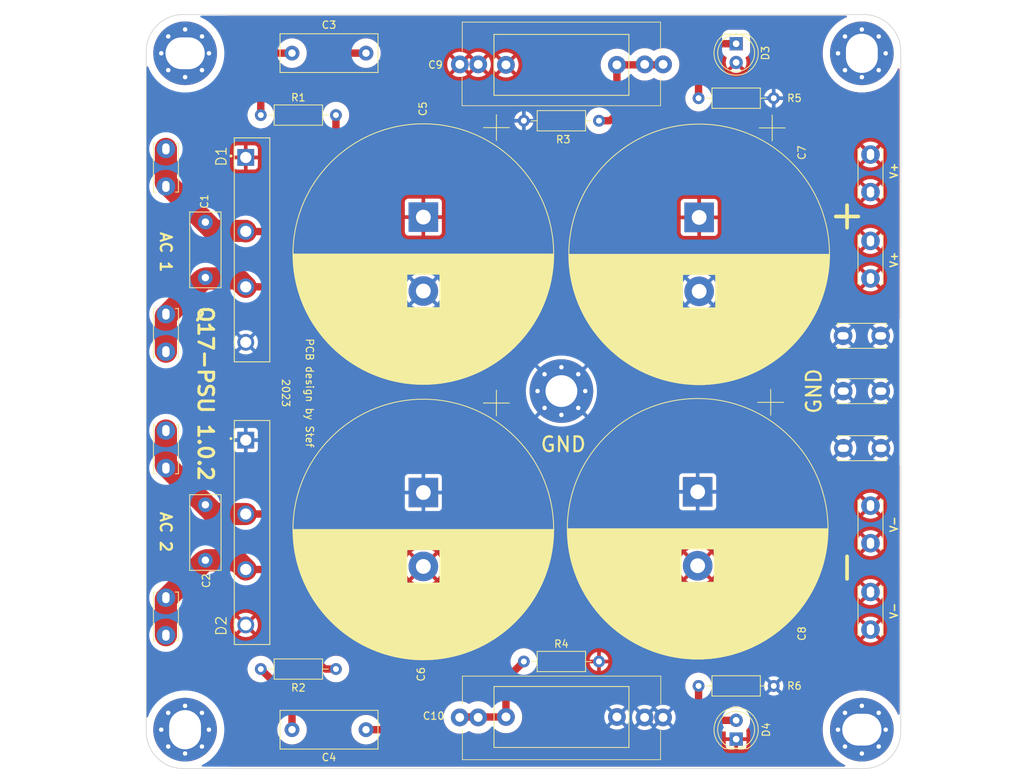
<source format=kicad_pcb>
(kicad_pcb (version 20221018) (generator pcbnew)
  (title_block (title "Q17 Power Supply") (date "2023-08-27") (rev "1.0.2") (company "by stef"))
  (layers (0 "F.Cu" signal) (31 "B.Cu" signal) (34 "B.Paste" user) (35 "F.Paste" user) (36 "B.SilkS" user "B.Silkscreen") (37 "F.SilkS" user "F.Silkscreen") (38 "B.Mask" user) (39 "F.Mask" user) (44 "Edge.Cuts" user))
  (net 0 "")
  (net 1 "GNDPWR")
  (net 2 "Net-(J1-1-Pin_1)")
  (net 3 "Net-(J1-3-Pin_1)")
  (net 4 "Net-(J1-2-Pin_1)")
  (net 5 "Net-(J1-4-Pin_1)")
  (net 6 "Net-(D3-K)")
  (net 7 "Net-(D4-A)")
  (net 8 "Net-(C3-Pad2)")
  (net 9 "Net-(C4-Pad2)")
  (net 10 "Net-(C9-Pad2)")
  (net 11 "Net-(C10-Pad2)")
  (net 12 "Net-(D3-A)")
  (net 13 "Net-(D4-K)")
  (footprint "Capacitor_THT:C_Rect_L13.0mm_W5.0mm_P10.00mm_FKS3_FKP3_MKS4" (layer "F.Cu") (at 127.762 45.212 180)
    (fp_text reference "C3" (at 5 3.81 180) (layer "F.SilkS"))
    (fp_text value "10nF")
    (pad "1" thru_hole circle (at 0 0 180) (size 2 2) (drill 1) (layers "*.Cu" "*.Mask") (net 2 "Net-(J1-1-Pin_1)"))
    (pad "2" thru_hole circle (at 10 0 180) (size 2 2) (drill 1) (layers "*.Cu" "*.Mask") (net 8 "Net-(C3-Pad2)"))
  )
  (footprint "Q17_Library:DIOB_GBJ2510" (layer "F.Cu") (at 112.356 110.05744 -90)
    (fp_text reference "D2" (at 12.62456 4.152 -90) (layer "F.SilkS") (effects (font (size 1.4 1.4))))
    (fp_text value "GBJ2510")
    (pad "1" thru_hole rect (at -12.5 0.85 270) (size 2.27 2.27) (drill 1.51) (layers "*.Cu" "*.Mask") (net 1 "GNDPWR"))
    (pad "2" thru_hole circle (at -2.5 0.85 270) (size 2.27 2.27) (drill 1.51) (layers "*.Cu" "*.Mask") (net 3 "Net-(J1-3-Pin_1)"))
    (pad "3" thru_hole circle (at 5 0.85 270) (size 2.27 2.27) (drill 1.51) (layers "*.Cu" "*.Mask") (net 5 "Net-(J1-4-Pin_1)"))
    (pad "4" thru_hole circle (at 12.5 0.85 270) (size 2.27 2.27) (drill 1.51) (layers "*.Cu" "*.Mask") (net 13 "Net-(D4-K)"))
  )
  (footprint "Capacitor_THT:C_Rect_L10.0mm_W4.0mm_P7.50mm_MKS4" (layer "F.Cu") (at 106.04628 106.30744 -90)
    (fp_text reference "C2" (at 10.27856 -0.12572 90) (layer "F.SilkS"))
    (fp_text value "10nF")
    (pad "1" thru_hole circle (at 0 0 270) (size 2 2) (drill 1) (layers "*.Cu" "*.Mask") (net 3 "Net-(J1-3-Pin_1)"))
    (pad "2" thru_hole circle (at 7.5 0 270) (size 2 2) (drill 1) (layers "*.Cu" "*.Mask") (net 5 "Net-(J1-4-Pin_1)"))
  )
  (footprint "Capacitor_THT:CP_Radial_D35.0mm_P10.00mm_SnapIn" (layer "F.Cu") (at 135.513301 67.394442 -90)
    (fp_text reference "C5" (at -14.648184 0.05248 -90) (layer "F.SilkS"))
    (fp_text value "10000uF 63v")
    (pad "1" thru_hole rect (at 0 0 270) (size 4 4) (drill 2) (layers "*.Cu" "*.Mask") (net 12 "Net-(D3-A)"))
    (pad "2" thru_hole circle (at 10 0 270) (size 4 4) (drill 2) (layers "*.Cu" "*.Mask") (net 1 "GNDPWR"))
  )
  (footprint "Q17_Library:Faston_Connector_63849-1_TEC" (layer "F.Cu") (at 100.71228 96.266 90)
    (fp_text reference "J1-3" hide)
    (fp_text value "AC2-1" hide)
    (pad "1" thru_hole circle (at -5.08 0 90) (size 2.5 2.5) (drill oval 1.5 1) (layers "*.Cu" "*.Mask") (net 3 "Net-(J1-3-Pin_1)"))
    (pad "1" thru_hole circle (at 0 0 90) (size 2.5 2.5) (drill oval 1.5 1) (layers "*.Cu" "*.Mask") (net 3 "Net-(J1-3-Pin_1)"))
  )
  (footprint "Q17_Library:C_Rect_Q17_PSU_L26.50_H11.00_P20.50" (layer "F.Cu") (at 142.934353 46.736)
    (fp_text reference "C9" (at -5.779934 0.063) (layer "F.SilkS"))
    (fp_text value "220nf" hide)
    (pad "1" thru_hole circle (at -2.4892 0) (size 2.4 2.4) (drill 1.2) (layers "*.Cu" "*.Mask") (net 12 "Net-(D3-A)"))
    (pad "1" thru_hole circle (at 0 0) (size 2.4 2.4) (drill 1.2) (layers "*.Cu" "*.Mask") (net 12 "Net-(D3-A)"))
    (pad "1" thru_hole circle (at 3.743647 0.063) (size 2.4 2.4) (drill 1.2) (layers "*.Cu" "*.Mask") (net 12 "Net-(D3-A)"))
    (pad "2" thru_hole circle (at 18.743647 0.063) (size 2.4 2.4) (drill 1.2) (layers "*.Cu" "*.Mask") (net 10 "Net-(C9-Pad2)"))
    (pad "2" thru_hole circle (at 22.5 0 180) (size 2.4 2.4) (drill 1.2) (layers "*.Cu" "*.Mask") (net 10 "Net-(C9-Pad2)"))
    (pad "2" thru_hole circle (at 24.9936 0 180) (size 2.4 2.4) (drill 1.2) (layers "*.Cu" "*.Mask") (net 10 "Net-(C9-Pad2)"))
  )
  (footprint "Q17_Library:Faston_Connector_63849-1_TEC" (layer "F.Cu") (at 100.71228 118.872 90)
    (fp_text reference "J1-4" hide)
    (fp_text value "AC2-2" hide)
    (pad "1" thru_hole circle (at -5.08 0 90) (size 2.5 2.5) (drill oval 1.5 1) (layers "*.Cu" "*.Mask") (net 5 "Net-(J1-4-Pin_1)"))
    (pad "1" thru_hole circle (at 0 0 90) (size 2.5 2.5) (drill oval 1.5 1) (layers "*.Cu" "*.Mask") (net 5 "Net-(J1-4-Pin_1)"))
  )
  (footprint "MountingHole:MountingHole_4.3mm_M4_Pad_Via" (layer "F.Cu") (at 154.178 90.926419)
    (fp_text reference "#GROUND01" hide)
    (fp_text value "MountingHole_4.3mm_M4_Pad_Via" hide)
    (pad "1" thru_hole circle (at -3.225 0) (size 0.9 0.9) (drill 0.6) (layers "*.Cu" "*.Mask") (net 1 "GNDPWR"))
    (pad "1" thru_hole circle (at -2.280419 -2.280419) (size 0.9 0.9) (drill 0.6) (layers "*.Cu" "*.Mask") (net 1 "GNDPWR"))
    (pad "1" thru_hole circle (at -2.280419 2.280419) (size 0.9 0.9) (drill 0.6) (layers "*.Cu" "*.Mask") (net 1 "GNDPWR"))
    (pad "1" thru_hole circle (at 0 -3.225) (size 0.9 0.9) (drill 0.6) (layers "*.Cu" "*.Mask") (net 1 "GNDPWR"))
    (pad "1" thru_hole circle (at 0 0) (size 8.6 8.6) (drill 4.3) (layers "*.Cu" "*.Mask") (net 1 "GNDPWR"))
    (pad "1" thru_hole circle (at 0 3.225) (size 0.9 0.9) (drill 0.6) (layers "*.Cu" "*.Mask") (net 1 "GNDPWR"))
    (pad "1" thru_hole circle (at 2.280419 -2.280419) (size 0.9 0.9) (drill 0.6) (layers "*.Cu" "*.Mask") (net 1 "GNDPWR"))
    (pad "1" thru_hole circle (at 2.280419 2.280419) (size 0.9 0.9) (drill 0.6) (layers "*.Cu" "*.Mask") (net 1 "GNDPWR"))
    (pad "1" thru_hole circle (at 3.225 0) (size 0.9 0.9) (drill 0.6) (layers "*.Cu" "*.Mask") (net 1 "GNDPWR"))
  )
  (footprint "Q17_Library:Faston_Connector_63849-1_TEC" (layer "F.Cu") (at 192.278 90.932 180)
    (fp_text reference "J2-4" hide)
    (fp_text value "GNDPWR" hide)
    (pad "1" thru_hole circle (at -5.08 0 180) (size 2.5 2.5) (drill oval 1.5 1) (layers "*.Cu" "*.Mask") (net 1 "GNDPWR"))
    (pad "1" thru_hole circle (at 0 0 180) (size 2.5 2.5) (drill oval 1.5 1) (layers "*.Cu" "*.Mask") (net 1 "GNDPWR"))
  )
  (footprint "Q17_Library:Faston_Connector_63849-1_TEC" (layer "F.Cu") (at 192.295665 98.653992 180)
    (fp_text reference "J2-5" hide)
    (fp_text value "GNDPWR" hide)
    (pad "1" thru_hole circle (at -5.08 0 180) (size 2.5 2.5) (drill oval 1.5 1) (layers "*.Cu" "*.Mask") (net 1 "GNDPWR"))
    (pad "1" thru_hole circle (at 0 0 180) (size 2.5 2.5) (drill oval 1.5 1) (layers "*.Cu" "*.Mask") (net 1 "GNDPWR"))
  )
  (footprint "Capacitor_THT:C_Rect_L10.0mm_W4.0mm_P7.50mm_MKS4" (layer "F.Cu") (at 106.04628 68.074941 -90)
    (fp_text reference "C1" (at -2.796941 0.12828 90) (layer "F.SilkS"))
    (fp_text value "10nF")
    (pad "1" thru_hole circle (at 0 0 270) (size 2 2) (drill 1) (layers "*.Cu" "*.Mask") (net 2 "Net-(J1-1-Pin_1)"))
    (pad "2" thru_hole circle (at 7.5 0 270) (size 2 2) (drill 1) (layers "*.Cu" "*.Mask") (net 4 "Net-(J1-2-Pin_1)"))
  )
  (footprint "Q17_Library:Faston_Connector_63849-1_TEC" (layer "F.Cu") (at 100.71228 58.166 90)
    (fp_text reference "J1-1" hide)
    (fp_text value "AC1-1" hide)
    (pad "1" thru_hole circle (at -5.08 0 90) (size 2.5 2.5) (drill oval 1.5 1) (layers "*.Cu" "*.Mask") (net 2 "Net-(J1-1-Pin_1)"))
    (pad "1" thru_hole circle (at 0 0 90) (size 2.5 2.5) (drill oval 1.5 1) (layers "*.Cu" "*.Mask") (net 2 "Net-(J1-1-Pin_1)"))
  )
  (footprint "MountingHole:MountingHole_4.3mm_M4_Pad_Via" (layer "F.Cu") (at 194.79428 136.729763)
    (fp_text reference "REF**" hide)
    (fp_text value "MountingHole_4.3mm_M4_Pad_Via")
    (pad "1" thru_hole circle (at -3.225 0) (size 0.9 0.9) (drill 0.6) (layers "*.Cu" "*.Mask"))
    (pad "1" thru_hole circle (at -2.280419 -2.280419) (size 0.9 0.9) (drill 0.6) (layers "*.Cu" "*.Mask"))
    (pad "1" thru_hole circle (at -2.280419 2.280419) (size 0.9 0.9) (drill 0.6) (layers "*.Cu" "*.Mask"))
    (pad "1" thru_hole circle (at 0 -3.225) (size 0.9 0.9) (drill 0.6) (layers "*.Cu" "*.Mask"))
    (pad "1" thru_hole circle (at 0 0) (size 8.6 8.6) (drill oval 5.3 4.3) (layers "*.Cu" "*.Mask"))
    (pad "1" thru_hole circle (at 0 3.225) (size 0.9 0.9) (drill 0.6) (layers "*.Cu" "*.Mask"))
    (pad "1" thru_hole circle (at 2.280419 -2.280419) (size 0.9 0.9) (drill 0.6) (layers "*.Cu" "*.Mask"))
    (pad "1" thru_hole circle (at 2.280419 2.280419) (size 0.9 0.9) (drill 0.6) (layers "*.Cu" "*.Mask"))
    (pad "1" thru_hole circle (at 3.225 0) (size 0.9 0.9) (drill 0.6) (layers "*.Cu" "*.Mask"))
  )
  (footprint "Capacitor_THT:CP_Radial_D35.0mm_P10.00mm_SnapIn" (layer "F.Cu") (at 172.597301 104.554 -90)
    (fp_text reference "C8" (at 19.181059 -14.092699 -90) (layer "F.SilkS"))
    (fp_text value "10000uF 63v")
    (pad "1" thru_hole rect (at 0 0 270) (size 4 4) (drill 2) (layers "*.Cu" "*.Mask") (net 1 "GNDPWR"))
    (pad "2" thru_hole circle (at 10 0 270) (size 4 4) (drill 2) (layers "*.Cu" "*.Mask") (net 13 "Net-(D4-K)"))
  )
  (footprint "Resistor_THT:R_Axial_DIN0207_L6.3mm_D2.5mm_P10.16mm_Horizontal" (layer "F.Cu") (at 113.538 128.524)
    (fp_text reference "R2" (at 5.08 2.54) (layer "F.SilkS"))
    (fp_text value "10R")
    (pad "1" thru_hole circle (at 0 0) (size 1.6 1.6) (drill 0.8) (layers "*.Cu" "*.Mask") (net 9 "Net-(C4-Pad2)"))
    (pad "2" thru_hole oval (at 10.16 0) (size 1.6 1.6) (drill 0.8) (layers "*.Cu" "*.Mask") (net 5 "Net-(J1-4-Pin_1)"))
  )
  (footprint "Resistor_THT:R_Axial_DIN0207_L6.3mm_D2.5mm_P10.16mm_Horizontal" (layer "F.Cu") (at 149.098 127.508)
    (fp_text reference "R4" (at 5.08 -2.37) (layer "F.SilkS"))
    (fp_text value "10R" hide)
    (pad "1" thru_hole circle (at 0 0) (size 1.6 1.6) (drill 0.8) (layers "*.Cu" "*.Mask") (net 11 "Net-(C10-Pad2)"))
    (pad "2" thru_hole oval (at 10.16 0) (size 1.6 1.6) (drill 0.8) (layers "*.Cu" "*.Mask") (net 13 "Net-(D4-K)"))
  )
  (footprint "LED_THT:LED_D5.0mm" (layer "F.Cu") (at 177.8 138.004763 90)
    (fp_text reference "D4" (at 1.27 4.064 90) (layer "F.SilkS"))
    (fp_text value "LED")
    (pad "1" thru_hole rect (at 0 0 90) (size 1.8 1.8) (drill 0.9) (layers "*.Cu" "*.Mask") (net 13 "Net-(D4-K)"))
    (pad "2" thru_hole circle (at 2.54 0 90) (size 1.8 1.8) (drill 0.9) (layers "*.Cu" "*.Mask") (net 7 "Net-(D4-A)"))
  )
  (footprint "Q17_Library:Faston_Connector_63849-1_TEC" (layer "F.Cu") (at 195.96228 75.692 -90)
    (fp_text reference "J2-2" hide)
    (fp_text value "V+" (at -2.54 -3.17372 90) (layer "F.SilkS") (effects (font (thickness 0.2) bold)))
    (pad "1" thru_hole circle (at -5.08 0 270) (size 2.5 2.5) (drill oval 1.5 1) (layers "*.Cu" "*.Mask") (net 12 "Net-(D3-A)"))
    (pad "1" thru_hole circle (at 0 0 270) (size 2.5 2.5) (drill oval 1.5 1) (layers "*.Cu" "*.Mask") (net 12 "Net-(D3-A)"))
  )
  (footprint "Q17_Library:Faston_Connector_63849-1_TEC" (layer "F.Cu") (at 192.255665 83.453992 180)
    (fp_text reference "J2-3" hide)
    (fp_text value "GNDPWR" hide)
    (pad "1" thru_hole circle (at -5.08 0 180) (size 2.5 2.5) (drill oval 1.5 1) (layers "*.Cu" "*.Mask") (net 1 "GNDPWR"))
    (pad "1" thru_hole circle (at 0 0 180) (size 2.5 2.5) (drill oval 1.5 1) (layers "*.Cu" "*.Mask") (net 1 "GNDPWR"))
  )
  (footprint "Q17_Library:Faston_Connector_63849-1_TEC" (layer "F.Cu") (at 195.96228 111.506 -90)
    (fp_text reference "J2-6" hide)
    (fp_text value "V-" (at -2.554323 -3.17372 90) (layer "F.SilkS") (effects (font (thickness 0.2) bold)))
    (pad "1" thru_hole circle (at -5.08 0 270) (size 2.5 2.5) (drill oval 1.5 1) (layers "*.Cu" "*.Mask") (net 13 "Net-(D4-K)"))
    (pad "1" thru_hole circle (at 0 0 270) (size 2.5 2.5) (drill oval 1.5 1) (layers "*.Cu" "*.Mask") (net 13 "Net-(D4-K)"))
  )
  (footprint "Capacitor_THT:C_Rect_L13.0mm_W5.0mm_P10.00mm_FKS3_FKP3_MKS4" (layer "F.Cu") (at 127.762 136.729763 180)
    (fp_text reference "C4" (at 5 -3.75 180) (layer "F.SilkS"))
    (fp_text value "10nF")
    (pad "1" thru_hole circle (at 0 0 180) (size 2 2) (drill 1) (layers "*.Cu" "*.Mask") (net 3 "Net-(J1-3-Pin_1)"))
    (pad "2" thru_hole circle (at 10 0 180) (size 2 2) (drill 1) (layers "*.Cu" "*.Mask") (net 9 "Net-(C4-Pad2)"))
  )
  (footprint "Q17_Library:DIOB_GBJ2510" (layer "F.Cu") (at 112.356 71.824941 -90)
    (fp_text reference "D1" (at -12.642941 4.152 -90) (layer "F.SilkS") (effects (font (size 1.4 1.4))))
    (fp_text value "GBJ2510")
    (pad "1" thru_hole rect (at -12.5 0.85 270) (size 2.27 2.27) (drill 1.51) (layers "*.Cu" "*.Mask") (net 12 "Net-(D3-A)"))
    (pad "2" thru_hole circle (at -2.5 0.85 270) (size 2.27 2.27) (drill 1.51) (layers "*.Cu" "*.Mask") (net 2 "Net-(J1-1-Pin_1)"))
    (pad "3" thru_hole circle (at 5 0.85 270) (size 2.27 2.27) (drill 1.51) (layers "*.Cu" "*.Mask") (net 4 "Net-(J1-2-Pin_1)"))
    (pad "4" thru_hole circle (at 12.5 0.85 270) (size 2.27 2.27) (drill 1.51) (layers "*.Cu" "*.Mask") (net 1 "GNDPWR"))
  )
  (footprint "Q17_Library:Faston_Connector_63849-1_TEC" (layer "F.Cu") (at 100.71228 80.518 90)
    (fp_text reference "J1-2" hide)
    (fp_text value "AC1-2" hide)
    (pad "1" thru_hole circle (at -5.08 0 90) (size 2.5 2.5) (drill oval 1.5 1) (layers "*.Cu" "*.Mask") (net 4 "Net-(J1-2-Pin_1)"))
    (pad "1" thru_hole circle (at 0 0 90) (size 2.5 2.5) (drill oval 1.5 1) (layers "*.Cu" "*.Mask") (net 4 "Net-(J1-2-Pin_1)"))
  )
  (footprint "Resistor_THT:R_Axial_DIN0207_L6.3mm_D2.5mm_P10.16mm_Horizontal" (layer "F.Cu") (at 159.258 54.356 180)
    (fp_text reference "R3" (at 4.826 -2.54) (layer "F.SilkS"))
    (fp_text value "10R" hide)
    (pad "1" thru_hole circle (at 0 0 180) (size 1.6 1.6) (drill 0.8) (layers "*.Cu" "*.Mask") (net 10 "Net-(C9-Pad2)"))
    (pad "2" thru_hole oval (at 10.16 0 180) (size 1.6 1.6) (drill 0.8) (layers "*.Cu" "*.Mask") (net 1 "GNDPWR"))
  )
  (footprint "MountingHole:MountingHole_4.3mm_M4_Pad_Via" (layer "F.Cu") (at 194.79428 45.238963)
    (fp_text reference "REF**" hide)
    (fp_text value "MountingHole_4.3mm_M4_Pad_Via")
    (pad "1" thru_hole circle (at -3.225 0) (size 0.9 0.9) (drill 0.6) (layers "*.Cu" "*.Mask"))
    (pad "1" thru_hole circle (at -2.280419 -2.280419) (size 0.9 0.9) (drill 0.6) (layers "*.Cu" "*.Mask"))
    (pad "1" thru_hole circle (at -2.280419 2.280419) (size 0.9 0.9) (drill 0.6) (layers "*.Cu" "*.Mask"))
    (pad "1" thru_hole circle (at 0 -3.225) (size 0.9 0.9) (drill 0.6) (layers "*.Cu" "*.Mask"))
    (pad "1" thru_hole circle (at 0 0) (size 8.6 8.6) (drill oval 4.3 5.3) (layers "*.Cu" "*.Mask"))
    (pad "1" thru_hole circle (at 0 3.225) (size 0.9 0.9) (drill 0.6) (layers "*.Cu" "*.Mask"))
    (pad "1" thru_hole circle (at 2.280419 -2.280419) (size 0.9 0.9) (drill 0.6) (layers "*.Cu" "*.Mask"))
    (pad "1" thru_hole circle (at 2.280419 2.280419) (size 0.9 0.9) (drill 0.6) (layers "*.Cu" "*.Mask"))
    (pad "1" thru_hole circle (at 3.225 0) (size 0.9 0.9) (drill 0.6) (layers "*.Cu" "*.Mask"))
  )
  (footprint "Capacitor_THT:CP_Radial_D35.0mm_P10.00mm_SnapIn" (layer "F.Cu") (at 135.513301 104.648 -90)
    (fp_text reference "C6" (at 24.589317 0.30648 -90) (layer "F.SilkS"))
    (fp_text value "10000uF 63v")
    (pad "1" thru_hole rect (at 0 0 270) (size 4 4) (drill 2) (layers "*.Cu" "*.Mask") (net 1 "GNDPWR"))
    (pad "2" thru_hole circle (at 10 0 270) (size 4 4) (drill 2) (layers "*.Cu" "*.Mask") (net 13 "Net-(D4-K)"))
  )
  (footprint "Q17_Library:C_Rect_Q17_PSU_L26.50_H11.00_P20.50" (layer "F.Cu") (at 165.427229 135.072553 180)
    (fp_text reference "C10" (at 28.521229 0.198553 180) (layer "F.SilkS"))
    (fp_text value "220nF" hide)
    (pad "1" thru_hole circle (at -2.4892 0 180) (size 2.4 2.4) (drill 1.2) (layers "*.Cu" "*.Mask") (net 1 "GNDPWR"))
    (pad "1" thru_hole circle (at 0 0 180) (size 2.4 2.4) (drill 1.2) (layers "*.Cu" "*.Mask") (net 1 "GNDPWR"))
    (pad "1" thru_hole circle (at 3.743647 0.063 180) (size 2.4 2.4) (drill 1.2) (layers "*.Cu" "*.Mask") (net 1 "GNDPWR"))
    (pad "2" thru_hole circle (at 18.743647 0.063 180) (size 2.4 2.4) (drill 1.2) (layers "*.Cu" "*.Mask") (net 11 "Net-(C10-Pad2)"))
    (pad "2" thru_hole circle (at 22.5 0) (size 2.4 2.4) (drill 1.2) (layers "*.Cu" "*.Mask") (net 11 "Net-(C10-Pad2)"))
    (pad "2" thru_hole circle (at 24.9936 0) (size 2.4 2.4) (drill 1.2) (layers "*.Cu" "*.Mask") (net 11 "Net-(C10-Pad2)"))
  )
  (footprint "LED_THT:LED_D5.0mm" (layer "F.Cu") (at 177.8 43.937 -90)
    (fp_text reference "D3" (at 1.27 -3.96 -90) (layer "F.SilkS"))
    (fp_text value "LED")
    (pad "1" thru_hole rect (at 0 0 270) (size 1.8 1.8) (drill 0.9) (layers "*.Cu" "*.Mask") (net 6 "Net-(D3-K)"))
    (pad "2" thru_hole circle (at 2.54 0 270) (size 1.8 1.8) (drill 0.9) (layers "*.Cu" "*.Mask") (net 12 "Net-(D3-A)"))
  )
  (footprint "MountingHole:MountingHole_4.3mm_M4_Pad_Via" (layer "F.Cu") (at 103.309061 45.233382)
    (fp_text reference "REF**" hide)
    (fp_text value "MountingHole_4.3mm_M4_Pad_Via")
    (pad "1" thru_hole circle (at -3.225 0) (size 0.9 0.9) (drill 0.6) (layers "*.Cu" "*.Mask"))
    (pad "1" thru_hole circle (at -2.280419 -2.280419) (size 0.9 0.9) (drill 0.6) (layers "*.Cu" "*.Mask"))
    (pad "1" thru_hole circle (at -2.280419 2.280419) (size 0.9 0.9) (drill 0.6) (layers "*.Cu" "*.Mask"))
    (pad "1" thru_hole circle (at 0 -3.225) (size 0.9 0.9) (drill 0.6) (layers "*.Cu" "*.Mask"))
    (pad "1" thru_hole circle (at 0 0) (size 8.6 8.6) (drill oval 5.3 4.3) (layers "*.Cu" "*.Mask"))
    (pad "1" thru_hole circle (at 0 3.225) (size 0.9 0.9) (drill 0.6) (layers "*.Cu" "*.Mask"))
    (pad "1" thru_hole circle (at 2.280419 -2.280419) (size 0.9 0.9) (drill 0.6) (layers "*.Cu" "*.Mask"))
    (pad "1" thru_hole circle (at 2.280419 2.280419) (size 0.9 0.9) (drill 0.6) (layers "*.Cu" "*.Mask"))
    (pad "1" thru_hole circle (at 3.225 0) (size 0.9 0.9) (drill 0.6) (layers "*.Cu" "*.Mask"))
  )
  (footprint "Resistor_THT:R_Axial_DIN0207_L6.3mm_D2.5mm_P10.16mm_Horizontal" (layer "F.Cu") (at 113.538 53.594)
    (fp_text reference "R1" (at 5.08 -2.37) (layer "F.SilkS"))
    (fp_text value "10R")
    (pad "1" thru_hole circle (at 0 0) (size 1.6 1.6) (drill 0.8) (layers "*.Cu" "*.Mask") (net 8 "Net-(C3-Pad2)"))
    (pad "2" thru_hole oval (at 10.16 0) (size 1.6 1.6) (drill 0.8) (layers "*.Cu" "*.Mask") (net 4 "Net-(J1-2-Pin_1)"))
  )
  (footprint "Q17_Library:Faston_Connector_63849-1_TEC" (layer "F.Cu") (at 195.96228 64.008 -90)
    (fp_text reference "J2-1" hide)
    (fp_text value "V+" (at -2.8956 -3.17372 90) (layer "F.SilkS") (effects (font (thickness 0.2) bold)))
    (pad "1" thru_hole circle (at -5.08 0 270) (size 2.5 2.5) (drill oval 1.5 1) (layers "*.Cu" "*.Mask") (net 12 "Net-(D3-A)"))
    (pad "1" thru_hole circle (at 0 0 270) (size 2.5 2.5) (drill oval 1.5 1) (layers "*.Cu" "*.Mask") (net 12 "Net-(D3-A)"))
  )
  (footprint "Resistor_THT:R_Axial_DIN0207_L6.3mm_D2.5mm_P10.16mm_Horizontal" (layer "F.Cu") (at 172.72 51.308)
    (fp_text reference "R5" (at 12.954 0) (layer "F.SilkS"))
    (fp_text value "10K")
    (pad "1" thru_hole circle (at 0 0) (size 1.6 1.6) (drill 0.8) (layers "*.Cu" "*.Mask") (net 6 "Net-(D3-K)"))
    (pad "2" thru_hole oval (at 10.16 0) (size 1.6 1.6) (drill 0.8) (layers "*.Cu" "*.Mask") (net 1 "GNDPWR"))
  )
  (footprint "Capacitor_THT:CP_Radial_D35.0mm_P10.00mm_SnapIn" (layer "F.Cu") (at 172.800501 67.432941 -90)
    (fp_text reference "C7" (at -8.758941 -13.889499 -90) (layer "F.SilkS"))
    (fp_text value "10000uF 63v")
    (pad "1" thru_hole rect (at 0 0 270) (size 4 4) (drill 2) (layers "*.Cu" "*.Mask") (net 12 "Net-(D3-A)"))
    (pad "2" thru_hole circle (at 10 0 270) (size 4 4) (drill 2) (layers "*.Cu" "*.Mask") (net 1 "GNDPWR"))
  )
  (footprint "Q17_Library:Faston_Connector_63849-1_TEC" (layer "F.Cu") (at 195.96228 123.19 -90)
    (fp_text reference "J2-7" hide)
    (fp_text value "V-" (at -2.54 -3.17372 90) (layer "F.SilkS") (effects (font (thickness 0.2) bold)))
    (pad "1" thru_hole circle (at -5.08 0 270) (size 2.5 2.5) (drill oval 1.5 1) (layers "*.Cu" "*.Mask") (net 13 "Net-(D4-K)"))
    (pad "1" thru_hole circle (at 0 0 270) (size 2.5 2.5) (drill oval 1.5 1) (layers "*.Cu" "*.Mask") (net 13 "Net-(D4-K)"))
  )
  (footprint "MountingHole:MountingHole_4.3mm_M4_Pad_Via" (layer "F.Cu") (at 103.30348 136.729763)
    (fp_text reference "REF**" hide)
    (fp_text value "MountingHole_4.3mm_M4_Pad_Via")
    (pad "1" thru_hole circle (at -3.225 0) (size 0.9 0.9) (drill 0.6) (layers "*.Cu" "*.Mask"))
    (pad "1" thru_hole circle (at -2.280419 -2.280419) (size 0.9 0.9) (drill 0.6) (layers "*.Cu" "*.Mask"))
    (pad "1" thru_hole circle (at -2.280419 2.280419) (size 0.9 0.9) (drill 0.6) (layers "*.Cu" "*.Mask"))
    (pad "1" thru_hole circle (at 0 -3.225) (size 0.9 0.9) (drill 0.6) (layers "*.Cu" "*.Mask"))
    (pad "1" thru_hole circle (at 0 0) (size 8.6 8.6) (drill oval 4.3 5.3) (layers "*.Cu" "*.Mask"))
    (pad "1" thru_hole circle (at 0 3.225) (size 0.9 0.9) (drill 0.6) (layers "*.Cu" "*.Mask"))
    (pad "1" thru_hole circle (at 2.280419 -2.280419) (size 0.9 0.9) (drill 0.6) (layers "*.Cu" "*.Mask"))
    (pad "1" thru_hole circle (at 2.280419 2.280419) (size 0.9 0.9) (drill 0.6) (layers "*.Cu" "*.Mask"))
    (pad "1" thru_hole circle (at 3.225 0) (size 0.9 0.9) (drill 0.6) (layers "*.Cu" "*.Mask"))
  )
  (footprint "Resistor_THT:R_Axial_DIN0207_L6.3mm_D2.5mm_P10.16mm_Horizontal" (layer "F.Cu") (at 182.88 130.81 180)
    (fp_text reference "R6" (at -2.794 0) (layer "F.SilkS"))
    (fp_text value "10K")
    (pad "1" thru_hole circle (at 0 0 180) (size 1.6 1.6) (drill 0.8) (layers "*.Cu" "*.Mask") (net 1 "GNDPWR"))
    (pad "2" thru_hole oval (at 10.16 0 180) (size 1.6 1.6) (drill 0.8) (layers "*.Cu" "*.Mask") (net 7 "Net-(D4-A)"))
  )
  (gr_line (start 98.05348 136.988963) (end 98.05348 44.988963) (stroke (width 0.1)) (layer "Edge.Cuts"))
  (gr_arc (start 200.05348 136.988963) (mid 198.589 140.524471) (end 195.05348 141.988963) (stroke (width 0.1)) (layer "Edge.Cuts"))
  (gr_line (start 103.05348 39.988963) (end 195.05348 39.988963) (stroke (width 0.1)) (layer "Edge.Cuts"))
  (gr_line (start 195.05348 141.988963) (end 103.05348 141.988963) (stroke (width 0.1)) (layer "Edge.Cuts"))
  (gr_line (start 200.05348 44.988963) (end 200.05348 136.988963) (stroke (width 0.1)) (layer "Edge.Cuts"))
  (gr_arc (start 98.05348 44.988963) (mid 99.517946 41.453429) (end 103.05348 39.988963) (stroke (width 0.1)) (layer "Edge.Cuts"))
  (gr_arc (start 103.05348 141.988963) (mid 99.517932 140.524499) (end 98.05348 136.988963) (stroke (width 0.1)) (layer "Edge.Cuts"))
  (gr_arc (start 195.05348 39.988963) (mid 198.589 41.453432) (end 200.05348 44.988963) (stroke (width 0.1)) (layer "Edge.Cuts"))
  (gr_text "GND" (at 154.432 99.314) (layer "F.SilkS") (effects (font (size 2 2) (thickness 0.3) bold) (justify bottom)))
  (gr_text "-" (at 190.754 114.808 270) (layer "F.SilkS") (effects (font (size 4 4) (thickness 0.5)) (justify bottom)))
  (gr_text "PCB design by Stef\n\n2023" (at 116.332 91.186 -90) (layer "F.SilkS") (effects (font (size 1 1)) (justify bottom)))
  (gr_text "Q17-PSU 1.0.2" (at 104.902 79.248 270) (layer "F.SilkS") (effects (font (size 2 2) (thickness 0.4) bold) (justify left bottom)))
  (gr_text "GND" (at 189.484 90.932 90) (layer "F.SilkS") (effects (font (size 2 2) (thickness 0.3) bold) (justify bottom)))
  (gr_text "+" (at 190.754 67.31 270) (layer "F.SilkS") (effects (font (size 4 4) (thickness 0.5)) (justify bottom)))
  (gr_text "AC 1" (at 99.822 72.136 270) (layer "F.SilkS") (effects (font (size 1.5 1.5) (thickness 0.3) bold) (justify bottom)))
  (gr_text "AC 2" (at 99.822 109.982 270) (layer "F.SilkS") (effects (font (size 1.5 1.5) (thickness 0.3) bold) (justify bottom)))
  (segment (start 111.436 69.254941) (end 107.653946 69.254941) (width 3) (layer "F.Cu") (net 2))
  (segment (start 119.018447 50.907553) (end 124.567554 45.358446) (width 1) (layer "F.Cu") (net 2))
  (segment (start 118.872 66.086893) (end 118.872 51.261107) (width 1) (layer "F.Cu") (net 2))
  (segment (start 115.970447 69.195553) (end 118.725554 66.440446) (width 1) (layer "F.Cu") (net 2))
  (segment (start 106.946839 68.962048) (end 100.71228 62.727489) (width 3) (layer "F.Cu") (net 2))
  (segment (start 111.506 69.324941) (end 111.436 69.254941) (width 3) (layer "F.Cu") (net 2))
  (segment (start 100.71228 62.727489) (end 100.71228 58.166) (width 3) (layer "F.Cu") (net 2))
  (segment (start 111.523059 69.342) (end 115.616893 69.342) (width 1) (layer "F.Cu") (net 2))
  (segment (start 124.921107 45.212) (end 127.762 45.212) (width 1) (layer "F.Cu") (net 2))
  (arc (start 107.653946 69.254941) (mid 107.271263 69.178821) (end 106.946839 68.962048) (width 3) (layer "F.Cu") (net 2))
  (arc (start 118.725554 66.440446) (mid 118.83394 66.278234) (end 118.872 66.086893) (width 1) (layer "F.Cu") (net 2))
  (arc (start 118.872 51.261107) (mid 118.91006 51.069765) (end 119.018447 50.907553) (width 1) (layer "F.Cu") (net 2))
  (arc (start 115.616893 69.342) (mid 115.808235 69.30394) (end 115.970447 69.195553) (width 1) (layer "F.Cu") (net 2))
  (arc (start 124.921107 45.212) (mid 124.729766 45.25006) (end 124.567554 45.358446) (width 1) (layer "F.Cu") (net 2))
  (segment (start 100.71228 100.97344) (end 100.71228 96.266) (width 3) (layer "F.Cu") (net 3))
  (segment (start 125.984 110.697107) (end 125.984 116.124893) (width 1) (layer "F.Cu") (net 3))
  (segment (start 111.506 107.55744) (end 122.844333 107.55744) (width 1) (layer "F.Cu") (net 3))
  (segment (start 107.003387 107.264547) (end 100.71228 100.97344) (width 3) (layer "F.Cu") (net 3))
  (segment (start 131.064 121.619107) (end 131.064 135.428893) (width 1) (layer "F.Cu") (net 3))
  (segment (start 111.506 107.55744) (end 107.710494 107.55744) (width 3) (layer "F.Cu") (net 3))
  (segment (start 126.130447 116.478447) (end 130.917554 121.265554) (width 1) (layer "F.Cu") (net 3))
  (segment (start 130.917553 135.782447) (end 130.116683 136.583317) (width 1) (layer "F.Cu") (net 3))
  (segment (start 123.197887 107.703887) (end 125.837554 110.343554) (width 1) (layer "F.Cu") (net 3))
  (segment (start 129.76313 136.729763) (end 127.762 136.729763) (width 1) (layer "F.Cu") (net 3))
  (arc (start 122.844333 107.55744) (mid 123.035675 107.5955) (end 123.197887 107.703887) (width 1) (layer "F.Cu") (net 3))
  (arc (start 107.710494 107.55744) (mid 107.32781 107.48132) (end 107.003387 107.264547) (width 3) (layer "F.Cu") (net 3))
  (arc (start 130.917554 121.265554) (mid 131.02594 121.427766) (end 131.064 121.619107) (width 1) (layer "F.Cu") (net 3))
  (arc (start 125.984 116.124893) (mid 126.02206 116.316235) (end 126.130447 116.478447) (width 1) (layer "F.Cu") (net 3))
  (arc (start 125.984 110.697107) (mid 125.94594 110.505766) (end 125.837554 110.343554) (width 1) (layer "F.Cu") (net 3))
  (arc (start 130.116683 136.583317) (mid 129.954471 136.691703) (end 129.76313 136.729763) (width 1) (layer "F.Cu") (net 3))
  (arc (start 130.917553 135.782447) (mid 131.02594 135.620235) (end 131.064 135.428893) (width 1) (layer "F.Cu") (net 3))
  (segment (start 105.530095 75.984893) (end 100.71228 80.802708) (width 3) (layer "F.Cu") (net 4))
  (segment (start 123.698 53.594) (end 123.698 73.452893) (width 1) (layer "F.Cu") (net 4))
  (segment (start 109.958845 75.692) (end 106.237202 75.692) (width 3) (layer "F.Cu") (net 4))
  (segment (start 120.325952 76.824941) (end 111.506 76.824941) (width 1) (layer "F.Cu") (net 4))
  (segment (start 100.71228 80.802708) (end 100.71228 85.598) (width 3) (layer "F.Cu") (net 4))
  (segment (start 111.506 76.824941) (end 110.665952 75.984893) (width 3) (layer "F.Cu") (net 4))
  (segment (start 123.551553 73.806447) (end 120.679505 76.678495) (width 1) (layer "F.Cu") (net 4))
  (arc (start 123.698 73.452893) (mid 123.65994 73.644235) (end 123.551553 73.806447) (width 1) (layer "F.Cu") (net 4))
  (arc (start 106.237202 75.692) (mid 105.854518 75.76812) (end 105.530095 75.984893) (width 3) (layer "F.Cu") (net 4))
  (arc (start 120.325952 76.824941) (mid 120.517293 76.786881) (end 120.679505 76.678495) (width 1) (layer "F.Cu") (net 4))
  (arc (start 110.665952 75.984893) (mid 110.341529 75.76812) (end 109.958845 75.692) (width 3) (layer "F.Cu") (net 4))
  (segment (start 100.71228 119.07212) (end 100.71228 123.952) (width 3) (layer "F.Cu") (net 5))
  (segment (start 105.684067 114.100333) (end 100.71228 119.07212) (width 3) (layer "F.Cu") (net 5))
  (segment (start 109.841786 113.80744) (end 106.391174 113.80744) (width 3) (layer "F.Cu") (net 5))
  (segment (start 118.759887 115.203887) (end 119.995554 116.439554) (width 1) (layer "F.Cu") (net 5))
  (segment (start 120.288447 126.638447) (end 122.027554 128.377554) (width 1) (layer "F.Cu") (net 5))
  (segment (start 111.506 115.05744) (end 110.548893 114.100333) (width 3) (layer "F.Cu") (net 5))
  (segment (start 111.506 115.05744) (end 118.406333 115.05744) (width 1) (layer "F.Cu") (net 5))
  (segment (start 122.381107 128.524) (end 123.698 128.524) (width 1) (layer "F.Cu") (net 5))
  (segment (start 120.142 116.793107) (end 120.142 126.284893) (width 1) (layer "F.Cu") (net 5))
  (arc (start 110.548893 114.100333) (mid 110.22447 113.88356) (end 109.841786 113.80744) (width 3) (layer "F.Cu") (net 5))
  (arc (start 106.391174 113.80744) (mid 106.008498 113.883571) (end 105.684067 114.100333) (width 3) (layer "F.Cu") (net 5))
  (arc (start 119.995554 116.439554) (mid 120.10394 116.601766) (end 120.142 116.793107) (width 1) (layer "F.Cu") (net 5))
  (arc (start 118.406333 115.05744) (mid 118.597675 115.0955) (end 118.759887 115.203887) (width 1) (layer "F.Cu") (net 5))
  (arc (start 122.381107 128.524) (mid 122.189766 128.48594) (end 122.027554 128.377554) (width 1) (layer "F.Cu") (net 5))
  (arc (start 120.142 126.284893) (mid 120.18006 126.476235) (end 120.288447 126.638447) (width 1) (layer "F.Cu") (net 5))
  (segment (start 172.866447 46.453833) (end 175.236834 44.083446) (width 1) (layer "F.Cu") (net 6))
  (segment (start 175.590387 43.937) (end 177.8 43.937) (width 1) (layer "F.Cu") (net 6))
  (segment (start 172.72 51.308) (end 172.72 46.807387) (width 1) (layer "F.Cu") (net 6))
  (arc (start 172.866447 46.453833) (mid 172.75806 46.616045) (end 172.72 46.807387) (width 1) (layer "F.Cu") (net 6))
  (arc (start 175.236834 44.083446) (mid 175.399046 43.97506) (end 175.590387 43.937) (width 1) (layer "F.Cu") (net 6))
  (segment (start 177.8 135.464763) (end 175.04187 135.464763) (width 1) (layer "F.Cu") (net 7))
  (segment (start 174.688316 135.318316) (end 172.866446 133.496446) (width 1) (layer "F.Cu") (net 7))
  (segment (start 172.72 133.142893) (end 172.72 130.81) (width 1) (layer "F.Cu") (net 7))
  (arc (start 172.866446 133.496446) (mid 172.75806 133.334234) (end 172.72 133.142893) (width 1) (layer "F.Cu") (net 7))
  (arc (start 175.04187 135.464763) (mid 174.850528 135.426703) (end 174.688316 135.318316) (width 1) (layer "F.Cu") (net 7))
  (segment (start 115.015107 45.212) (end 117.762 45.212) (width 1) (layer "F.Cu") (net 8))
  (segment (start 113.684447 46.335553) (end 114.661554 45.358446) (width 1) (layer "F.Cu") (net 8))
  (segment (start 113.538 53.594) (end 113.538 46.689107) (width 1) (layer "F.Cu") (net 8))
  (arc (start 115.015107 45.212) (mid 114.823766 45.25006) (end 114.661554 45.358446) (width 1) (layer "F.Cu") (net 8))
  (arc (start 113.684447 46.335553) (mid 113.57606 46.497765) (end 113.538 46.689107) (width 1) (layer "F.Cu") (net 8))
  (segment (start 113.538 128.524) (end 117.615554 132.601554) (width 1) (layer "F.Cu") (net 9))
  (segment (start 117.762 132.955107) (end 117.762 136.729763) (width 1) (layer "F.Cu") (net 9))
  (arc (start 117.615554 132.601554) (mid 117.72394 132.763766) (end 117.762 132.955107) (width 1) (layer "F.Cu") (net 9))
  (segment (start 161.531553 53.606447) (end 160.928446 54.209554) (width 1) (layer "F.Cu") (net 10))
  (segment (start 161.678 46.799) (end 167.864953 46.799) (width 1) (layer "F.Cu") (net 10))
  (segment (start 161.678 46.799) (end 161.678 53.252893) (width 1) (layer "F.Cu") (net 10))
  (segment (start 160.574893 54.356) (end 159.258 54.356) (width 1) (layer "F.Cu") (net 10))
  (arc (start 160.928446 54.209554) (mid 160.766234 54.31794) (end 160.574893 54.356) (width 1) (layer "F.Cu") (net 10))
  (arc (start 161.531553 53.606447) (mid 161.63994 53.444235) (end 161.678 53.252893) (width 1) (layer "F.Cu") (net 10))
  (segment (start 149.098 127.508) (end 146.830027 129.775973) (width 1) (layer "F.Cu") (net 11))
  (segment (start 146.683582 135.009553) (end 140.496629 135.009553) (width 1) (layer "F.Cu") (net 11))
  (segment (start 146.683581 130.129526) (end 146.683582 135.009553) (width 1) (layer "F.Cu") (net 11))
  (arc (start 146.683581 130.129526) (mid 146.721641 129.938185) (end 146.830027 129.775973) (width 1) (layer "F.Cu") (net 11))
  (zone (net 12) (net_name "Net-(D3-A)") (layer "F.Cu") (connect_pads (clearance 1)) (min_thickness 0.25) (fill yes (thermal_gap 0.5) (thermal_bridge_width 0.5) (island_removal_mode 1) (island_area_min 10))
    (polygon (pts (xy 199.898 40.132) (xy 199.898 81.28) (xy 189.484 81.28) (xy 189.484 90.135773) (xy 108.986719 90.511645) (xy 108.966 40.132)))
  )
  (zone (net 13) (net_name "Net-(D4-K)") (layer "F.Cu") (connect_pads (clearance 1)) (min_thickness 0.25) (fill yes (thermal_gap 0.5) (thermal_bridge_width 0.5) (island_removal_mode 1) (island_area_min 10))
    (polygon (pts (xy 189.483981 91.433055) (xy 189.484 100.838) (xy 199.898 100.838) (xy 199.898 141.732) (xy 109.0752 141.732) (xy 108.966 91.657523)))
  )
  (zone (net 1) (net_name "GNDPWR") (layer "B.Cu") (connect_pads (clearance 1)) (min_thickness 0.25) (fill yes (thermal_gap 0.5) (thermal_bridge_width 0.5) (island_removal_mode 1) (island_area_min 10))
    (polygon (pts (xy 199.85028 40.138163) (xy 199.90108 141.732) (xy 98.044 141.732) (xy 98.09788 40.138163)))
  )
)
</source>
